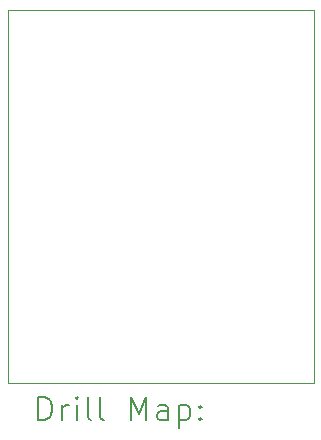
<source format=gbr>
%TF.GenerationSoftware,KiCad,Pcbnew,9.0.1*%
%TF.CreationDate,2025-04-26T15:09:06-04:00*%
%TF.ProjectId,hello.LSM6DSV.RP2040,68656c6c-6f2e-44c5-934d-364453562e52,rev?*%
%TF.SameCoordinates,Original*%
%TF.FileFunction,Drillmap*%
%TF.FilePolarity,Positive*%
%FSLAX45Y45*%
G04 Gerber Fmt 4.5, Leading zero omitted, Abs format (unit mm)*
G04 Created by KiCad (PCBNEW 9.0.1) date 2025-04-26 15:09:06*
%MOMM*%
%LPD*%
G01*
G04 APERTURE LIST*
%ADD10C,0.050000*%
%ADD11C,0.200000*%
G04 APERTURE END LIST*
D10*
X12672000Y-6193000D02*
X15260000Y-6193000D01*
X15260000Y-9352000D01*
X12672000Y-9352000D01*
X12672000Y-6193000D01*
D11*
X12930277Y-9665984D02*
X12930277Y-9465984D01*
X12930277Y-9465984D02*
X12977896Y-9465984D01*
X12977896Y-9465984D02*
X13006467Y-9475508D01*
X13006467Y-9475508D02*
X13025515Y-9494555D01*
X13025515Y-9494555D02*
X13035039Y-9513603D01*
X13035039Y-9513603D02*
X13044562Y-9551698D01*
X13044562Y-9551698D02*
X13044562Y-9580270D01*
X13044562Y-9580270D02*
X13035039Y-9618365D01*
X13035039Y-9618365D02*
X13025515Y-9637412D01*
X13025515Y-9637412D02*
X13006467Y-9656460D01*
X13006467Y-9656460D02*
X12977896Y-9665984D01*
X12977896Y-9665984D02*
X12930277Y-9665984D01*
X13130277Y-9665984D02*
X13130277Y-9532650D01*
X13130277Y-9570746D02*
X13139801Y-9551698D01*
X13139801Y-9551698D02*
X13149324Y-9542174D01*
X13149324Y-9542174D02*
X13168372Y-9532650D01*
X13168372Y-9532650D02*
X13187420Y-9532650D01*
X13254086Y-9665984D02*
X13254086Y-9532650D01*
X13254086Y-9465984D02*
X13244562Y-9475508D01*
X13244562Y-9475508D02*
X13254086Y-9485031D01*
X13254086Y-9485031D02*
X13263610Y-9475508D01*
X13263610Y-9475508D02*
X13254086Y-9465984D01*
X13254086Y-9465984D02*
X13254086Y-9485031D01*
X13377896Y-9665984D02*
X13358848Y-9656460D01*
X13358848Y-9656460D02*
X13349324Y-9637412D01*
X13349324Y-9637412D02*
X13349324Y-9465984D01*
X13482658Y-9665984D02*
X13463610Y-9656460D01*
X13463610Y-9656460D02*
X13454086Y-9637412D01*
X13454086Y-9637412D02*
X13454086Y-9465984D01*
X13711229Y-9665984D02*
X13711229Y-9465984D01*
X13711229Y-9465984D02*
X13777896Y-9608841D01*
X13777896Y-9608841D02*
X13844562Y-9465984D01*
X13844562Y-9465984D02*
X13844562Y-9665984D01*
X14025515Y-9665984D02*
X14025515Y-9561222D01*
X14025515Y-9561222D02*
X14015991Y-9542174D01*
X14015991Y-9542174D02*
X13996943Y-9532650D01*
X13996943Y-9532650D02*
X13958848Y-9532650D01*
X13958848Y-9532650D02*
X13939801Y-9542174D01*
X14025515Y-9656460D02*
X14006467Y-9665984D01*
X14006467Y-9665984D02*
X13958848Y-9665984D01*
X13958848Y-9665984D02*
X13939801Y-9656460D01*
X13939801Y-9656460D02*
X13930277Y-9637412D01*
X13930277Y-9637412D02*
X13930277Y-9618365D01*
X13930277Y-9618365D02*
X13939801Y-9599317D01*
X13939801Y-9599317D02*
X13958848Y-9589793D01*
X13958848Y-9589793D02*
X14006467Y-9589793D01*
X14006467Y-9589793D02*
X14025515Y-9580270D01*
X14120753Y-9532650D02*
X14120753Y-9732650D01*
X14120753Y-9542174D02*
X14139801Y-9532650D01*
X14139801Y-9532650D02*
X14177896Y-9532650D01*
X14177896Y-9532650D02*
X14196943Y-9542174D01*
X14196943Y-9542174D02*
X14206467Y-9551698D01*
X14206467Y-9551698D02*
X14215991Y-9570746D01*
X14215991Y-9570746D02*
X14215991Y-9627889D01*
X14215991Y-9627889D02*
X14206467Y-9646936D01*
X14206467Y-9646936D02*
X14196943Y-9656460D01*
X14196943Y-9656460D02*
X14177896Y-9665984D01*
X14177896Y-9665984D02*
X14139801Y-9665984D01*
X14139801Y-9665984D02*
X14120753Y-9656460D01*
X14301705Y-9646936D02*
X14311229Y-9656460D01*
X14311229Y-9656460D02*
X14301705Y-9665984D01*
X14301705Y-9665984D02*
X14292182Y-9656460D01*
X14292182Y-9656460D02*
X14301705Y-9646936D01*
X14301705Y-9646936D02*
X14301705Y-9665984D01*
X14301705Y-9542174D02*
X14311229Y-9551698D01*
X14311229Y-9551698D02*
X14301705Y-9561222D01*
X14301705Y-9561222D02*
X14292182Y-9551698D01*
X14292182Y-9551698D02*
X14301705Y-9542174D01*
X14301705Y-9542174D02*
X14301705Y-9561222D01*
M02*

</source>
